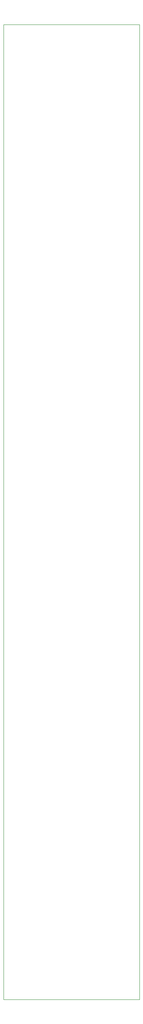
<source format=gbr>
%TF.GenerationSoftware,KiCad,Pcbnew,8.0.2*%
%TF.CreationDate,2024-12-10T12:08:49+01:00*%
%TF.ProjectId,FT25_AMS_VSENS,46543235-5f41-44d5-935f-5653454e532e,rev?*%
%TF.SameCoordinates,Original*%
%TF.FileFunction,Profile,NP*%
%FSLAX46Y46*%
G04 Gerber Fmt 4.6, Leading zero omitted, Abs format (unit mm)*
G04 Created by KiCad (PCBNEW 8.0.2) date 2024-12-10 12:08:49*
%MOMM*%
%LPD*%
G01*
G04 APERTURE LIST*
%TA.AperFunction,Profile*%
%ADD10C,0.050000*%
%TD*%
G04 APERTURE END LIST*
D10*
X197700000Y-50090000D02*
X226930000Y-50090000D01*
X226930000Y-258700000D01*
X197700000Y-258700000D01*
X197700000Y-50090000D01*
M02*

</source>
